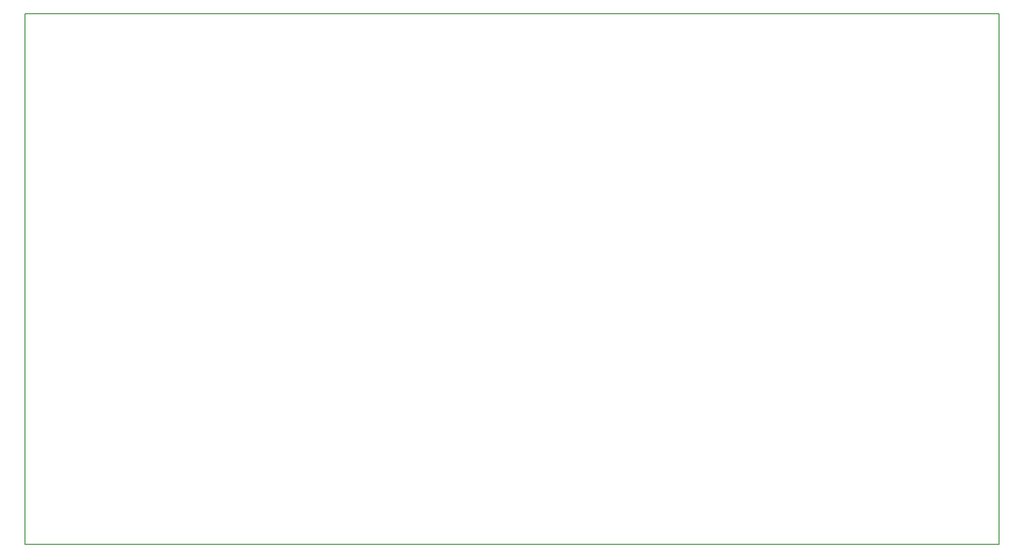
<source format=gbr>
G04 PROTEUS GERBER X2 FILE*
%TF.GenerationSoftware,Labcenter,Proteus,8.6-SP2-Build23525*%
%TF.CreationDate,2019-06-30T03:38:34+00:00*%
%TF.FileFunction,NonPlated,0,2,NPTH*%
%TF.FilePolarity,Positive*%
%TF.Part,Single*%
%FSLAX45Y45*%
%MOMM*%
G01*
%TA.AperFunction,Profile*%
%ADD70C,0.203200*%
%TD.AperFunction*%
D70*
X-10540000Y-1070000D02*
X+6310000Y-1070000D01*
X+6310000Y+8110000D01*
X-10540000Y+8110000D01*
X-10540000Y-1070000D01*
M02*

</source>
